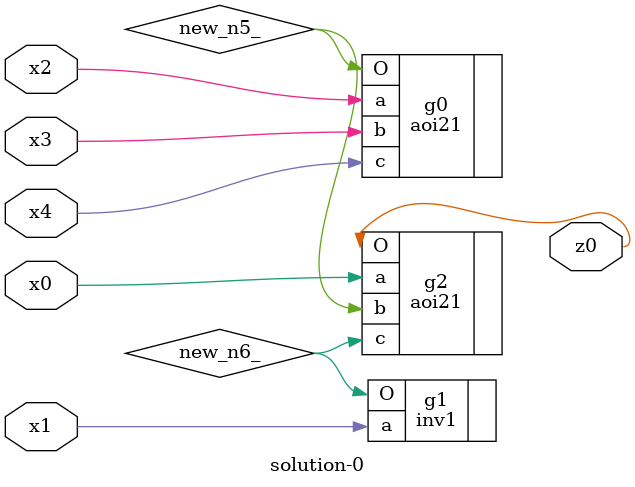
<source format=v>
module \solution-0 (
  x0, x1, x2, x3, x4,
  z0 );
  input x0, x1, x2, x3, x4;
  output z0;
  wire new_n5_, new_n6_;
  aoi21  g0(.a(x2), .b(x3), .c(x4), .O(new_n5_));
  inv1  g1(.a(x1), .O(new_n6_));
  aoi21  g2(.a(x0), .b(new_n5_), .c(new_n6_), .O(z0));
endmodule

</source>
